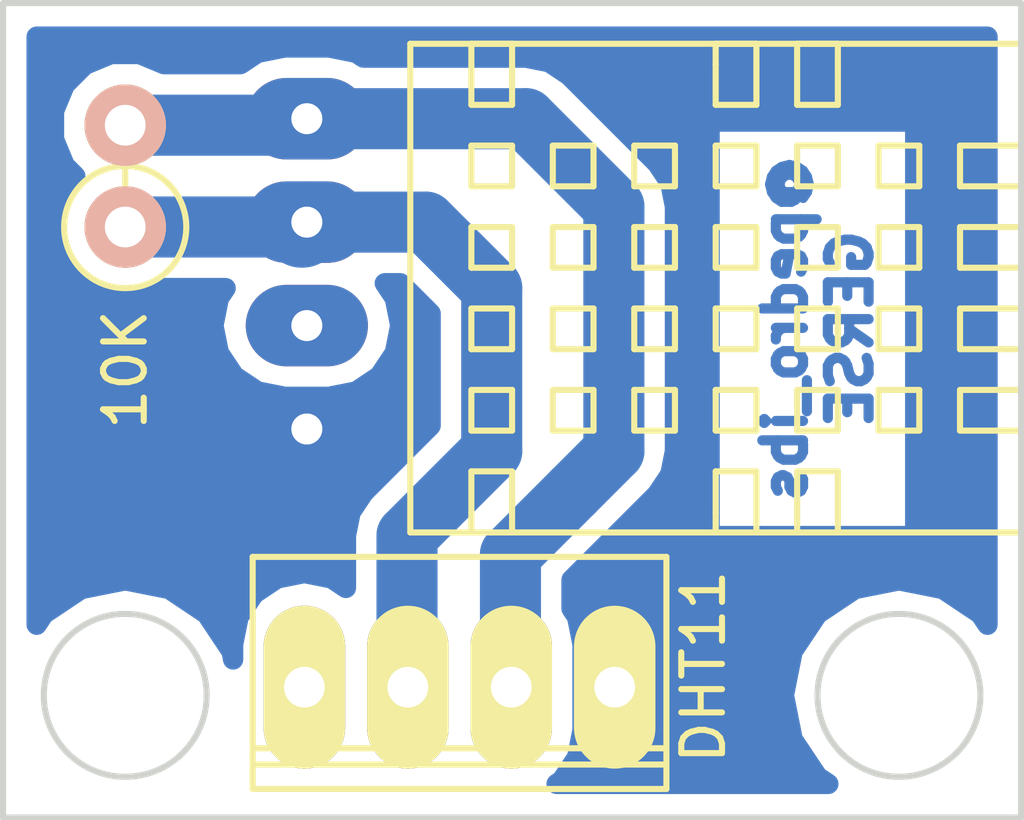
<source format=kicad_pcb>
(kicad_pcb (version 4) (host pcbnew 4.0.2+dfsg1-stable)

  (general
    (links 5)
    (no_connects 0)
    (area 14.375 13.875 267.4 185.075001)
    (thickness 1.6)
    (drawings 7)
    (tracks 15)
    (zones 0)
    (modules 3)
    (nets 6)
  )

  (page A4)
  (title_block
    (title "Módulo DHT11 - molex 2510 4 pinos ")
    (date 2017-07-11)
    (rev 1.2)
    (company "Shield Sensor Base Grover GERSE")
    (comment 2 "Pedro Igor B. S.")
  )

  (layers
    (0 F.Cu signal)
    (31 B.Cu signal)
    (32 B.Adhes user)
    (33 F.Adhes user)
    (34 B.Paste user)
    (35 F.Paste user)
    (36 B.SilkS user)
    (37 F.SilkS user)
    (38 B.Mask user)
    (39 F.Mask user)
    (40 Dwgs.User user)
    (41 Cmts.User user)
    (42 Eco1.User user)
    (43 Eco2.User user)
    (44 Edge.Cuts user)
    (45 Margin user)
    (46 B.CrtYd user)
    (47 F.CrtYd user)
    (48 B.Fab user)
    (49 F.Fab user)
  )

  (setup
    (last_trace_width 0.25)
    (user_trace_width 0.8)
    (user_trace_width 1)
    (user_trace_width 1.5)
    (user_trace_width 2)
    (user_trace_width 2.5)
    (user_trace_width 3)
    (trace_clearance 0.2)
    (zone_clearance 0.5)
    (zone_45_only no)
    (trace_min 0.2)
    (segment_width 0.2)
    (edge_width 0.15)
    (via_size 0.6)
    (via_drill 0.4)
    (via_min_size 0.4)
    (via_min_drill 0.3)
    (user_via 1.5 1)
    (user_via 2 1)
    (user_via 2.5 1)
    (user_via 3 1)
    (uvia_size 0.3)
    (uvia_drill 0.1)
    (uvias_allowed no)
    (uvia_min_size 0.2)
    (uvia_min_drill 0.1)
    (pcb_text_width 0.3)
    (pcb_text_size 1.5 1.5)
    (mod_edge_width 0.15)
    (mod_text_size 1 1)
    (mod_text_width 0.15)
    (pad_size 2 4)
    (pad_drill 1.00076)
    (pad_to_mask_clearance 0.2)
    (aux_axis_origin 0 0)
    (visible_elements 7FFFFF7F)
    (pcbplotparams
      (layerselection 0x00030_80000001)
      (usegerberextensions false)
      (excludeedgelayer true)
      (linewidth 0.100000)
      (plotframeref false)
      (viasonmask false)
      (mode 1)
      (useauxorigin false)
      (hpglpennumber 1)
      (hpglpenspeed 20)
      (hpglpendiameter 15)
      (hpglpenoverlay 2)
      (psnegative false)
      (psa4output false)
      (plotreference true)
      (plotvalue true)
      (plotinvisibletext false)
      (padsonsilk false)
      (subtractmaskfromsilk false)
      (outputformat 1)
      (mirror false)
      (drillshape 1)
      (scaleselection 1)
      (outputdirectory ""))
  )

  (net 0 "")
  (net 1 DHT11)
  (net 2 "Net-(U1-Pad3)")
  (net 3 GND)
  (net 4 VCC)
  (net 5 "Net-(P1-Pad1)")

  (net_class Default "This is the default net class."
    (clearance 0.2)
    (trace_width 0.25)
    (via_dia 0.6)
    (via_drill 0.4)
    (uvia_dia 0.3)
    (uvia_drill 0.1)
    (add_net DHT11)
    (add_net GND)
    (add_net "Net-(P1-Pad1)")
    (add_net "Net-(U1-Pad3)")
    (add_net VCC)
  )

  (module MY_kicad:molex_2510 (layer F.Cu) (tedit 598A225B) (tstamp 5964F277)
    (at 22.4 31.8)
    (path /594A7750)
    (fp_text reference P1 (at 0 -3.81) (layer F.SilkS) hide
      (effects (font (size 1 1) (thickness 0.15)))
    )
    (fp_text value DHT11 (at 9.8 -0.5 90) (layer F.SilkS)
      (effects (font (size 1 1) (thickness 0.15)))
    )
    (fp_line (start -1.27 1.5) (end 8.89 1.5) (layer F.SilkS) (width 0.15))
    (fp_line (start -1.27 1.9) (end 8.89 1.9) (layer F.SilkS) (width 0.15))
    (fp_line (start 8.89 2.5) (end 8.89 -3.2) (layer F.SilkS) (width 0.15))
    (fp_line (start -1.27 -3.2) (end 8.89 -3.2) (layer F.SilkS) (width 0.15))
    (fp_line (start -1.27 2.5) (end -1.27 -3.2) (layer F.SilkS) (width 0.15))
    (fp_line (start -1.27 2.5) (end 8.89 2.5) (layer F.SilkS) (width 0.15))
    (pad 1 thru_hole oval (at 0 0) (size 2 4) (drill 1) (layers *.Cu *.Mask F.SilkS)
      (net 5 "Net-(P1-Pad1)"))
    (pad 2 thru_hole oval (at 2.54 0) (size 2 4) (drill 1) (layers *.Cu *.Mask F.SilkS)
      (net 1 DHT11))
    (pad 3 thru_hole oval (at 5.08 0) (size 2 4) (drill 1) (layers *.Cu *.Mask F.SilkS)
      (net 4 VCC))
    (pad 4 thru_hole oval (at 7.62 0) (size 2 4) (drill 1) (layers *.Cu *.Mask F.SilkS)
      (net 3 GND))
  )

  (module MY_kicad:Resistor_Vertical_RM3mm (layer F.Cu) (tedit 5964E63B) (tstamp 5964F284)
    (at 18 18 90)
    (descr "Resistor, Vertical, RM 5mm, 1/3W,")
    (tags "Resistor, Vertical, RM 5mm, 1/3W,")
    (path /594A778B)
    (fp_text reference R1 (at -2.5 -2.5 90) (layer F.SilkS) hide
      (effects (font (size 1 1) (thickness 0.15)))
    )
    (fp_text value 10K (at -6 0 90) (layer F.SilkS)
      (effects (font (size 1 1) (thickness 0.15)))
    )
    (fp_circle (center -2.5 0) (end -2.5 1.5) (layer F.SilkS) (width 0.15))
    (fp_line (start -1.59906 0) (end -0.5983 0) (layer F.SilkS) (width 0.15))
    (pad 1 thru_hole circle (at -2.49936 0 90) (size 1.99898 1.99898) (drill 1.00076) (layers *.Cu *.SilkS *.Mask)
      (net 1 DHT11))
    (pad 2 thru_hole circle (at 0 0 90) (size 1.99898 1.99898) (drill 1.00076) (layers *.Cu *.SilkS *.Mask)
      (net 4 VCC))
  )

  (module MY_kicad:DHT11 (layer F.Cu) (tedit 594A8B40) (tstamp 5964F1D7)
    (at 25 28)
    (path /594A7708)
    (fp_text reference U1 (at 1.5 -13) (layer F.SilkS) hide
      (effects (font (size 1 1) (thickness 0.15)))
    )
    (fp_text value DHT11 (at 12.5 -12.75) (layer F.Fab) hide
      (effects (font (size 1 1) (thickness 0.15)))
    )
    (fp_line (start 14.5 -9.5) (end 15 -9.5) (layer F.SilkS) (width 0.15))
    (fp_line (start 14.5 -8.5) (end 15 -8.5) (layer F.SilkS) (width 0.15))
    (fp_line (start 14.5 -7.5) (end 15 -7.5) (layer F.SilkS) (width 0.15))
    (fp_line (start 14.5 -6.5) (end 15 -6.5) (layer F.SilkS) (width 0.15))
    (fp_line (start 14.5 -4.5) (end 15 -4.5) (layer F.SilkS) (width 0.15))
    (fp_line (start 14.5 -5.5) (end 15 -5.5) (layer F.SilkS) (width 0.15))
    (fp_line (start 14.5 -2.5) (end 15 -2.5) (layer F.SilkS) (width 0.15))
    (fp_line (start 15 -3.5) (end 14.5 -3.5) (layer F.SilkS) (width 0.15))
    (fp_line (start 9.5 -3.5) (end 10.5 -3.5) (layer F.SilkS) (width 0.15))
    (fp_line (start 10.5 -3.5) (end 10.5 -2.5) (layer F.SilkS) (width 0.15))
    (fp_line (start 10.5 -2.5) (end 9.5 -2.5) (layer F.SilkS) (width 0.15))
    (fp_line (start 9.5 -2.5) (end 9.5 -3.5) (layer F.SilkS) (width 0.15))
    (fp_line (start 9.5 -5.5) (end 10.5 -5.5) (layer F.SilkS) (width 0.15))
    (fp_line (start 10.5 -5.5) (end 10.5 -4.5) (layer F.SilkS) (width 0.15))
    (fp_line (start 10.5 -4.5) (end 9.5 -4.5) (layer F.SilkS) (width 0.15))
    (fp_line (start 9.5 -4.5) (end 9.5 -5.5) (layer F.SilkS) (width 0.15))
    (fp_line (start 9.5 -7.5) (end 10.5 -7.5) (layer F.SilkS) (width 0.15))
    (fp_line (start 10.5 -7.5) (end 10.5 -6.5) (layer F.SilkS) (width 0.15))
    (fp_line (start 10.5 -6.5) (end 9.5 -6.5) (layer F.SilkS) (width 0.15))
    (fp_line (start 9.5 -6.5) (end 9.5 -7.5) (layer F.SilkS) (width 0.15))
    (fp_line (start 9.5 -9.5) (end 10.5 -9.5) (layer F.SilkS) (width 0.15))
    (fp_line (start 10.5 -9.5) (end 10.5 -8.5) (layer F.SilkS) (width 0.15))
    (fp_line (start 10.5 -8.5) (end 9.5 -8.5) (layer F.SilkS) (width 0.15))
    (fp_line (start 9.5 -8.5) (end 9.5 -9.5) (layer F.SilkS) (width 0.15))
    (fp_line (start 11.5 -3.5) (end 12.5 -3.5) (layer F.SilkS) (width 0.15))
    (fp_line (start 12.5 -3.5) (end 12.5 -2.5) (layer F.SilkS) (width 0.15))
    (fp_line (start 12.5 -2.5) (end 11.5 -2.5) (layer F.SilkS) (width 0.15))
    (fp_line (start 11.5 -2.5) (end 11.5 -3.5) (layer F.SilkS) (width 0.15))
    (fp_line (start 11.5 -5.5) (end 12.5 -5.5) (layer F.SilkS) (width 0.15))
    (fp_line (start 12.5 -5.5) (end 12.5 -4.5) (layer F.SilkS) (width 0.15))
    (fp_line (start 12.5 -4.5) (end 11.5 -4.5) (layer F.SilkS) (width 0.15))
    (fp_line (start 11.5 -4.5) (end 11.5 -5.5) (layer F.SilkS) (width 0.15))
    (fp_line (start 11.5 -7.5) (end 12.5 -7.5) (layer F.SilkS) (width 0.15))
    (fp_line (start 12.5 -7.5) (end 12.5 -6.5) (layer F.SilkS) (width 0.15))
    (fp_line (start 12.5 -6.5) (end 11.5 -6.5) (layer F.SilkS) (width 0.15))
    (fp_line (start 11.5 -6.5) (end 11.5 -7.5) (layer F.SilkS) (width 0.15))
    (fp_line (start 11.5 -9.5) (end 12.5 -9.5) (layer F.SilkS) (width 0.15))
    (fp_line (start 12.5 -9.5) (end 12.5 -8.5) (layer F.SilkS) (width 0.15))
    (fp_line (start 12.5 -8.5) (end 11.5 -8.5) (layer F.SilkS) (width 0.15))
    (fp_line (start 11.5 -8.5) (end 11.5 -9.5) (layer F.SilkS) (width 0.15))
    (fp_line (start 13.5 -8.5) (end 13.5 -9.5) (layer F.SilkS) (width 0.15))
    (fp_line (start 14.5 -8.5) (end 13.5 -8.5) (layer F.SilkS) (width 0.15))
    (fp_line (start 13.5 -9.5) (end 14.5 -9.5) (layer F.SilkS) (width 0.15))
    (fp_line (start 13.5 -6.5) (end 13.5 -7.5) (layer F.SilkS) (width 0.15))
    (fp_line (start 14.5 -6.5) (end 13.5 -6.5) (layer F.SilkS) (width 0.15))
    (fp_line (start 13.5 -7.5) (end 14.5 -7.5) (layer F.SilkS) (width 0.15))
    (fp_line (start 13.5 -4.5) (end 13.5 -5.5) (layer F.SilkS) (width 0.15))
    (fp_line (start 14.5 -4.5) (end 13.5 -4.5) (layer F.SilkS) (width 0.15))
    (fp_line (start 13.5 -5.5) (end 14.5 -5.5) (layer F.SilkS) (width 0.15))
    (fp_line (start 13.5 -2.5) (end 13.5 -3.5) (layer F.SilkS) (width 0.15))
    (fp_line (start 14.5 -2.5) (end 13.5 -2.5) (layer F.SilkS) (width 0.15))
    (fp_line (start 13.5 -3.5) (end 14.5 -3.5) (layer F.SilkS) (width 0.15))
    (fp_line (start 9.5 -11.5) (end 9.5 -12) (layer F.SilkS) (width 0.15))
    (fp_line (start 9.5 -12) (end 10.5 -12) (layer F.SilkS) (width 0.15))
    (fp_line (start 10.5 -12) (end 10.5 -11.5) (layer F.SilkS) (width 0.15))
    (fp_line (start 10.5 -0.5) (end 10.5 0) (layer F.SilkS) (width 0.15))
    (fp_line (start 9.5 -0.5) (end 9.5 0) (layer F.SilkS) (width 0.15))
    (fp_line (start 9.5 -1.5) (end 10.5 -1.5) (layer F.SilkS) (width 0.15))
    (fp_line (start 10.5 -1.5) (end 10.5 -0.5) (layer F.SilkS) (width 0.15))
    (fp_line (start 9.5 -0.5) (end 9.5 -1.5) (layer F.SilkS) (width 0.15))
    (fp_line (start 7.5 -3.5) (end 8.5 -3.5) (layer F.SilkS) (width 0.15))
    (fp_line (start 8.5 -3.5) (end 8.5 -2.5) (layer F.SilkS) (width 0.15))
    (fp_line (start 8.5 -2.5) (end 7.5 -2.5) (layer F.SilkS) (width 0.15))
    (fp_line (start 7.5 -2.5) (end 7.5 -3.5) (layer F.SilkS) (width 0.15))
    (fp_line (start 7.5 -5.5) (end 8.5 -5.5) (layer F.SilkS) (width 0.15))
    (fp_line (start 8.5 -5.5) (end 8.5 -4.5) (layer F.SilkS) (width 0.15))
    (fp_line (start 8.5 -4.5) (end 7.5 -4.5) (layer F.SilkS) (width 0.15))
    (fp_line (start 7.5 -4.5) (end 7.5 -5.5) (layer F.SilkS) (width 0.15))
    (fp_line (start 7.5 -7.5) (end 8.5 -7.5) (layer F.SilkS) (width 0.15))
    (fp_line (start 8.5 -7.5) (end 8.5 -6.5) (layer F.SilkS) (width 0.15))
    (fp_line (start 8.5 -6.5) (end 7.5 -6.5) (layer F.SilkS) (width 0.15))
    (fp_line (start 7.5 -6.5) (end 7.5 -7.5) (layer F.SilkS) (width 0.15))
    (fp_line (start 7.5 -9.5) (end 8.5 -9.5) (layer F.SilkS) (width 0.15))
    (fp_line (start 8.5 -9.5) (end 8.5 -8.5) (layer F.SilkS) (width 0.15))
    (fp_line (start 8.5 -8.5) (end 7.5 -8.5) (layer F.SilkS) (width 0.15))
    (fp_line (start 7.5 -8.5) (end 7.5 -9.5) (layer F.SilkS) (width 0.15))
    (fp_line (start 10.5 -11.5) (end 10.5 -10.5) (layer F.SilkS) (width 0.15))
    (fp_line (start 10.5 -10.5) (end 9.5 -10.5) (layer F.SilkS) (width 0.15))
    (fp_line (start 9.5 -10.5) (end 9.5 -11.5) (layer F.SilkS) (width 0.15))
    (fp_line (start 7.5 -10.5) (end 7.5 -11.5) (layer F.SilkS) (width 0.15))
    (fp_line (start 8.5 -10.5) (end 7.5 -10.5) (layer F.SilkS) (width 0.15))
    (fp_line (start 8.5 -11.5) (end 8.5 -10.5) (layer F.SilkS) (width 0.15))
    (fp_line (start 5.5 -8.5) (end 5.5 -9.5) (layer F.SilkS) (width 0.15))
    (fp_line (start 6.5 -8.5) (end 5.5 -8.5) (layer F.SilkS) (width 0.15))
    (fp_line (start 6.5 -9.5) (end 6.5 -8.5) (layer F.SilkS) (width 0.15))
    (fp_line (start 5.5 -9.5) (end 6.5 -9.5) (layer F.SilkS) (width 0.15))
    (fp_line (start 5.5 -6.5) (end 5.5 -7.5) (layer F.SilkS) (width 0.15))
    (fp_line (start 6.5 -6.5) (end 5.5 -6.5) (layer F.SilkS) (width 0.15))
    (fp_line (start 6.5 -7.5) (end 6.5 -6.5) (layer F.SilkS) (width 0.15))
    (fp_line (start 5.5 -7.5) (end 6.5 -7.5) (layer F.SilkS) (width 0.15))
    (fp_line (start 5.5 -4.5) (end 5.5 -5.5) (layer F.SilkS) (width 0.15))
    (fp_line (start 6.5 -4.5) (end 5.5 -4.5) (layer F.SilkS) (width 0.15))
    (fp_line (start 6.5 -5.5) (end 6.5 -4.5) (layer F.SilkS) (width 0.15))
    (fp_line (start 5.5 -5.5) (end 6.5 -5.5) (layer F.SilkS) (width 0.15))
    (fp_line (start 5.5 -2.5) (end 5.5 -3.5) (layer F.SilkS) (width 0.15))
    (fp_line (start 6.5 -2.5) (end 5.5 -2.5) (layer F.SilkS) (width 0.15))
    (fp_line (start 6.5 -3.5) (end 6.5 -2.5) (layer F.SilkS) (width 0.15))
    (fp_line (start 5.5 -3.5) (end 6.5 -3.5) (layer F.SilkS) (width 0.15))
    (fp_line (start 7.5 -0.5) (end 7.5 -1.5) (layer F.SilkS) (width 0.15))
    (fp_line (start 8.5 -1.5) (end 8.5 -0.5) (layer F.SilkS) (width 0.15))
    (fp_line (start 7.5 -1.5) (end 8.5 -1.5) (layer F.SilkS) (width 0.15))
    (fp_line (start 7.5 -0.5) (end 7.5 0) (layer F.SilkS) (width 0.15))
    (fp_line (start 8.5 -0.5) (end 8.5 0) (layer F.SilkS) (width 0.15))
    (fp_line (start 8.5 -12) (end 8.5 -11.5) (layer F.SilkS) (width 0.15))
    (fp_line (start 7.5 -12) (end 8.5 -12) (layer F.SilkS) (width 0.15))
    (fp_line (start 7.5 -11.5) (end 7.5 -12) (layer F.SilkS) (width 0.15))
    (fp_line (start 3.5 -8.5) (end 3.5 -9.5) (layer F.SilkS) (width 0.15))
    (fp_line (start 4.5 -8.5) (end 3.5 -8.5) (layer F.SilkS) (width 0.15))
    (fp_line (start 4.5 -9.5) (end 4.5 -8.5) (layer F.SilkS) (width 0.15))
    (fp_line (start 3.5 -9.5) (end 4.5 -9.5) (layer F.SilkS) (width 0.15))
    (fp_line (start 3.5 -6.5) (end 3.5 -7.5) (layer F.SilkS) (width 0.15))
    (fp_line (start 4.5 -6.5) (end 3.5 -6.5) (layer F.SilkS) (width 0.15))
    (fp_line (start 4.5 -7.5) (end 4.5 -6.5) (layer F.SilkS) (width 0.15))
    (fp_line (start 3.5 -7.5) (end 4.5 -7.5) (layer F.SilkS) (width 0.15))
    (fp_line (start 3.5 -4.5) (end 3.5 -5.5) (layer F.SilkS) (width 0.15))
    (fp_line (start 4.5 -4.5) (end 3.5 -4.5) (layer F.SilkS) (width 0.15))
    (fp_line (start 4.5 -5.5) (end 4.5 -4.5) (layer F.SilkS) (width 0.15))
    (fp_line (start 3.5 -5.5) (end 4.5 -5.5) (layer F.SilkS) (width 0.15))
    (fp_line (start 3.5 -2.5) (end 3.5 -3.5) (layer F.SilkS) (width 0.15))
    (fp_line (start 4.5 -2.5) (end 3.5 -2.5) (layer F.SilkS) (width 0.15))
    (fp_line (start 4.5 -3.5) (end 4.5 -2.5) (layer F.SilkS) (width 0.15))
    (fp_line (start 3.5 -3.5) (end 4.5 -3.5) (layer F.SilkS) (width 0.15))
    (fp_line (start 1.5 -11.5) (end 1.5 -12) (layer F.SilkS) (width 0.15))
    (fp_line (start 1.5 -12) (end 2.5 -12) (layer F.SilkS) (width 0.15))
    (fp_line (start 2.5 -12) (end 2.5 -11.5) (layer F.SilkS) (width 0.15))
    (fp_line (start 2.5 -0.5) (end 2.5 0) (layer F.SilkS) (width 0.15))
    (fp_line (start 1.5 -0.5) (end 1.5 0) (layer F.SilkS) (width 0.15))
    (fp_line (start 1.5 -1.5) (end 2.5 -1.5) (layer F.SilkS) (width 0.15))
    (fp_line (start 2.5 -1.5) (end 2.5 -0.5) (layer F.SilkS) (width 0.15))
    (fp_line (start 1.5 -0.5) (end 1.5 -1.5) (layer F.SilkS) (width 0.15))
    (fp_line (start 1.5 -3.5) (end 2.5 -3.5) (layer F.SilkS) (width 0.15))
    (fp_line (start 2.5 -3.5) (end 2.5 -2.5) (layer F.SilkS) (width 0.15))
    (fp_line (start 2.5 -2.5) (end 1.5 -2.5) (layer F.SilkS) (width 0.15))
    (fp_line (start 1.5 -2.5) (end 1.5 -3.5) (layer F.SilkS) (width 0.15))
    (fp_line (start 1.5 -5.5) (end 2.5 -5.5) (layer F.SilkS) (width 0.15))
    (fp_line (start 2.5 -5.5) (end 2.5 -4.5) (layer F.SilkS) (width 0.15))
    (fp_line (start 2.5 -4.5) (end 1.5 -4.5) (layer F.SilkS) (width 0.15))
    (fp_line (start 1.5 -4.5) (end 1.5 -5.5) (layer F.SilkS) (width 0.15))
    (fp_line (start 1.5 -7.5) (end 2.5 -7.5) (layer F.SilkS) (width 0.15))
    (fp_line (start 2.5 -7.5) (end 2.5 -6.5) (layer F.SilkS) (width 0.15))
    (fp_line (start 2.5 -6.5) (end 1.5 -6.5) (layer F.SilkS) (width 0.15))
    (fp_line (start 1.5 -6.5) (end 1.5 -7.5) (layer F.SilkS) (width 0.15))
    (fp_line (start 1.5 -9.5) (end 2.5 -9.5) (layer F.SilkS) (width 0.15))
    (fp_line (start 2.5 -9.5) (end 2.5 -8.5) (layer F.SilkS) (width 0.15))
    (fp_line (start 2.5 -8.5) (end 1.5 -8.5) (layer F.SilkS) (width 0.15))
    (fp_line (start 1.5 -8.5) (end 1.5 -9.5) (layer F.SilkS) (width 0.15))
    (fp_line (start 2.5 -11.5) (end 2.5 -10.5) (layer F.SilkS) (width 0.15))
    (fp_line (start 2.5 -10.5) (end 1.5 -10.5) (layer F.SilkS) (width 0.15))
    (fp_line (start 1.5 -10.5) (end 1.5 -11.5) (layer F.SilkS) (width 0.15))
    (fp_line (start 0 0) (end 15 0) (layer F.SilkS) (width 0.15))
    (fp_line (start 15 0) (end 15 -12) (layer F.SilkS) (width 0.15))
    (fp_line (start 15 -12) (end 0 -12) (layer F.SilkS) (width 0.15))
    (fp_line (start 0 -12) (end 0 0) (layer F.SilkS) (width 0.15))
    (pad 1 thru_hole oval (at -2.54 -10.16) (size 3 2) (drill 0.762) (layers *.Cu B.Mask)
      (net 4 VCC))
    (pad 2 thru_hole oval (at -2.54 -7.62) (size 3 2) (drill 0.762) (layers *.Cu B.Mask)
      (net 1 DHT11))
    (pad 3 thru_hole oval (at -2.54 -5.08) (size 3 2) (drill 0.762) (layers *.Cu B.Mask)
      (net 2 "Net-(U1-Pad3)"))
    (pad 4 thru_hole oval (at -2.54 -2.54) (size 3 2) (drill 0.762) (layers *.Cu B.Mask)
      (net 3 GND))
  )

  (gr_text "@pedro_ibs\nGERSE" (at 35 23 90) (layer B.Cu) (tstamp 5964F324)
    (effects (font (size 1 1) (thickness 0.25)) (justify mirror))
  )
  (gr_line (start 15 15) (end 15 35) (angle 90) (layer Edge.Cuts) (width 0.15) (tstamp 5964F323))
  (gr_line (start 15 35) (end 40 35) (angle 90) (layer Edge.Cuts) (width 0.15) (tstamp 5964F322))
  (gr_line (start 40 35) (end 40 15) (angle 90) (layer Edge.Cuts) (width 0.15) (tstamp 5964F321))
  (gr_line (start 40 15) (end 15 15) (angle 90) (layer Edge.Cuts) (width 0.15) (tstamp 5964F320))
  (gr_circle (center 18 32) (end 20 32) (layer Edge.Cuts) (width 0.15) (tstamp 5964F31F))
  (gr_circle (center 37 32) (end 39 32) (layer Edge.Cuts) (width 0.15) (tstamp 5964F31E))

  (segment (start 27 26) (end 27 22) (width 1.5) (layer B.Cu) (net 1) (tstamp 5964F2BB))
  (segment (start 27 22) (end 25.38 20.38) (width 1.5) (layer B.Cu) (net 1) (tstamp 5964F2BA))
  (segment (start 25.38 20.38) (end 22.46 20.38) (width 1.5) (layer B.Cu) (net 1) (tstamp 5964F2B8))
  (segment (start 22.34064 20.49936) (end 22.46 20.38) (width 2) (layer B.Cu) (net 1) (tstamp 5964F2B6))
  (segment (start 18 20.49936) (end 22.34064 20.49936) (width 1.5) (layer B.Cu) (net 1) (tstamp 5964F2B5))
  (segment (start 24.92 28.08) (end 27 26) (width 1.5) (layer B.Cu) (net 1) (tstamp 5964F2B9))
  (segment (start 24.92 31) (end 24.92 28.08) (width 1.5) (layer B.Cu) (net 1) (tstamp 5964F2B7))
  (segment (start 27.46 28.54) (end 29 27) (width 1.5) (layer B.Cu) (net 4) (tstamp 5964F2EF))
  (segment (start 27.46 31) (end 27.46 28.54) (width 1.5) (layer B.Cu) (net 4) (tstamp 5964F2EE))
  (segment (start 29 27) (end 30 26) (width 1.5) (layer B.Cu) (net 4) (tstamp 5964F2ED))
  (segment (start 30 20) (end 27.84 17.84) (width 1.5) (layer B.Cu) (net 4) (tstamp 5964F2F1))
  (segment (start 30 26) (end 30 20) (width 1.5) (layer B.Cu) (net 4) (tstamp 5964F2EC))
  (segment (start 22.3 18) (end 22.46 17.84) (width 1.5) (layer B.Cu) (net 4) (tstamp 5964F2F3))
  (segment (start 18 18) (end 22.3 18) (width 1.5) (layer B.Cu) (net 4) (tstamp 5964F2F2))
  (segment (start 27.84 17.84) (end 22.46 17.84) (width 1.5) (layer B.Cu) (net 4) (tstamp 5964F2F0))

  (zone (net 3) (net_name GND) (layer B.Cu) (tstamp 5964F325) (hatch edge 0.508)
    (connect_pads yes (clearance 0.5))
    (min_thickness 0.5)
    (fill yes (arc_segments 16) (thermal_gap 0.508) (thermal_bridge_width 0.508))
    (polygon
      (pts
        (xy 40 35) (xy 15 35) (xy 15 15) (xy 40 15) (xy 40 35)
      )
    )
    (filled_polygon
      (pts
        (xy 39.175 30.267955) (xy 38.997577 30.002423) (xy 38.081081 29.39004) (xy 37 29.175) (xy 35.918919 29.39004)
        (xy 35.002423 30.002423) (xy 34.39004 30.918919) (xy 34.175 32) (xy 34.39004 33.081081) (xy 35.002423 33.997577)
        (xy 35.267955 34.175) (xy 28.59219 34.175) (xy 28.717437 34.091313) (xy 29.096789 33.523572) (xy 29.23 32.853876)
        (xy 29.23 30.746124) (xy 29.096789 30.076428) (xy 28.96 29.871709) (xy 28.96 29.16132) (xy 31.06066 27.06066)
        (xy 31.385819 26.574025) (xy 31.5 26) (xy 31.5 20) (xy 31.385819 19.425975) (xy 31.06066 18.93934)
        (xy 30.032034 17.910714) (xy 32.35 17.910714) (xy 32.35 28.089286) (xy 37.4 28.089286) (xy 37.4 17.910714)
        (xy 32.35 17.910714) (xy 30.032034 17.910714) (xy 28.90066 16.77934) (xy 28.414025 16.454181) (xy 27.84 16.34)
        (xy 23.848563 16.34) (xy 23.673776 16.223211) (xy 23.00408 16.09) (xy 21.91592 16.09) (xy 21.246224 16.223211)
        (xy 20.83198 16.5) (xy 18.949629 16.5) (xy 18.349522 16.250814) (xy 17.653532 16.250207) (xy 17.010288 16.515989)
        (xy 16.517719 17.007699) (xy 16.250814 17.650478) (xy 16.250207 18.346468) (xy 16.515989 18.989712) (xy 16.775526 19.249702)
        (xy 16.517719 19.507059) (xy 16.250814 20.149838) (xy 16.250207 20.845828) (xy 16.515989 21.489072) (xy 17.007699 21.981641)
        (xy 17.650478 22.248546) (xy 18.346468 22.249153) (xy 18.951016 21.99936) (xy 20.466806 21.99936) (xy 20.299131 22.250304)
        (xy 20.16592 22.92) (xy 20.299131 23.589696) (xy 20.678483 24.157437) (xy 21.246224 24.536789) (xy 21.91592 24.67)
        (xy 23.00408 24.67) (xy 23.673776 24.536789) (xy 24.241517 24.157437) (xy 24.620869 23.589696) (xy 24.75408 22.92)
        (xy 24.620869 22.250304) (xy 24.37344 21.88) (xy 24.75868 21.88) (xy 25.5 22.62132) (xy 25.5 25.37868)
        (xy 23.85934 27.01934) (xy 23.534181 27.505975) (xy 23.42 28.08) (xy 23.42 29.3634) (xy 23.069696 29.129335)
        (xy 22.4 28.996124) (xy 21.730304 29.129335) (xy 21.162563 29.508687) (xy 20.783211 30.076428) (xy 20.65 30.746124)
        (xy 20.65 31.120214) (xy 20.60996 30.918919) (xy 19.997577 30.002423) (xy 19.081081 29.39004) (xy 18 29.175)
        (xy 16.918919 29.39004) (xy 16.002423 30.002423) (xy 15.825 30.267955) (xy 15.825 15.825) (xy 39.175 15.825)
      )
    )
  )
)

</source>
